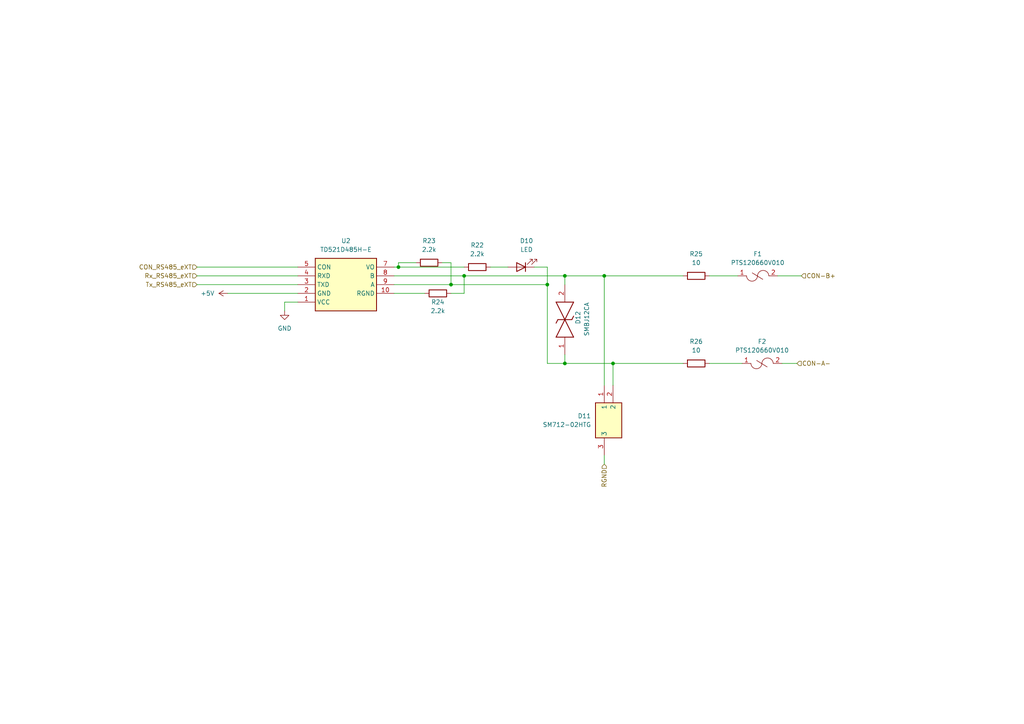
<source format=kicad_sch>
(kicad_sch (version 20230121) (generator eeschema)

  (uuid 3debdd00-9c5c-48ef-9c62-7d40fede8243)

  (paper "A4")

  (lib_symbols
    (symbol "Device:LED" (pin_numbers hide) (pin_names (offset 1.016) hide) (in_bom yes) (on_board yes)
      (property "Reference" "D" (at 0 2.54 0)
        (effects (font (size 1.27 1.27)))
      )
      (property "Value" "LED" (at 0 -2.54 0)
        (effects (font (size 1.27 1.27)))
      )
      (property "Footprint" "" (at 0 0 0)
        (effects (font (size 1.27 1.27)) hide)
      )
      (property "Datasheet" "~" (at 0 0 0)
        (effects (font (size 1.27 1.27)) hide)
      )
      (property "ki_keywords" "LED diode" (at 0 0 0)
        (effects (font (size 1.27 1.27)) hide)
      )
      (property "ki_description" "Light emitting diode" (at 0 0 0)
        (effects (font (size 1.27 1.27)) hide)
      )
      (property "ki_fp_filters" "LED* LED_SMD:* LED_THT:*" (at 0 0 0)
        (effects (font (size 1.27 1.27)) hide)
      )
      (symbol "LED_0_1"
        (polyline
          (pts
            (xy -1.27 -1.27)
            (xy -1.27 1.27)
          )
          (stroke (width 0.254) (type default))
          (fill (type none))
        )
        (polyline
          (pts
            (xy -1.27 0)
            (xy 1.27 0)
          )
          (stroke (width 0) (type default))
          (fill (type none))
        )
        (polyline
          (pts
            (xy 1.27 -1.27)
            (xy 1.27 1.27)
            (xy -1.27 0)
            (xy 1.27 -1.27)
          )
          (stroke (width 0.254) (type default))
          (fill (type none))
        )
        (polyline
          (pts
            (xy -3.048 -0.762)
            (xy -4.572 -2.286)
            (xy -3.81 -2.286)
            (xy -4.572 -2.286)
            (xy -4.572 -1.524)
          )
          (stroke (width 0) (type default))
          (fill (type none))
        )
        (polyline
          (pts
            (xy -1.778 -0.762)
            (xy -3.302 -2.286)
            (xy -2.54 -2.286)
            (xy -3.302 -2.286)
            (xy -3.302 -1.524)
          )
          (stroke (width 0) (type default))
          (fill (type none))
        )
      )
      (symbol "LED_1_1"
        (pin passive line (at -3.81 0 0) (length 2.54)
          (name "K" (effects (font (size 1.27 1.27))))
          (number "1" (effects (font (size 1.27 1.27))))
        )
        (pin passive line (at 3.81 0 180) (length 2.54)
          (name "A" (effects (font (size 1.27 1.27))))
          (number "2" (effects (font (size 1.27 1.27))))
        )
      )
    )
    (symbol "Device:R" (pin_numbers hide) (pin_names (offset 0)) (in_bom yes) (on_board yes)
      (property "Reference" "R" (at 2.032 0 90)
        (effects (font (size 1.27 1.27)))
      )
      (property "Value" "R" (at 0 0 90)
        (effects (font (size 1.27 1.27)))
      )
      (property "Footprint" "" (at -1.778 0 90)
        (effects (font (size 1.27 1.27)) hide)
      )
      (property "Datasheet" "~" (at 0 0 0)
        (effects (font (size 1.27 1.27)) hide)
      )
      (property "ki_keywords" "R res resistor" (at 0 0 0)
        (effects (font (size 1.27 1.27)) hide)
      )
      (property "ki_description" "Resistor" (at 0 0 0)
        (effects (font (size 1.27 1.27)) hide)
      )
      (property "ki_fp_filters" "R_*" (at 0 0 0)
        (effects (font (size 1.27 1.27)) hide)
      )
      (symbol "R_0_1"
        (rectangle (start -1.016 -2.54) (end 1.016 2.54)
          (stroke (width 0.254) (type default))
          (fill (type none))
        )
      )
      (symbol "R_1_1"
        (pin passive line (at 0 3.81 270) (length 1.27)
          (name "~" (effects (font (size 1.27 1.27))))
          (number "1" (effects (font (size 1.27 1.27))))
        )
        (pin passive line (at 0 -3.81 90) (length 1.27)
          (name "~" (effects (font (size 1.27 1.27))))
          (number "2" (effects (font (size 1.27 1.27))))
        )
      )
    )
    (symbol "SM712-02HTG:SM712-02HTG" (in_bom yes) (on_board yes)
      (property "Reference" "D" (at 16.51 7.62 0)
        (effects (font (size 1.27 1.27)) (justify left top))
      )
      (property "Value" "SM712-02HTG" (at 16.51 5.08 0)
        (effects (font (size 1.27 1.27)) (justify left top))
      )
      (property "Footprint" "SM71202HTG" (at 16.51 -94.92 0)
        (effects (font (size 1.27 1.27)) (justify left top) hide)
      )
      (property "Datasheet" "https://www.littelfuse.com/media?resourcetype=datasheets&itemid=a4019802-ff62-41ff-bf66-295f97422f81&filename=littelfuse-tvs-diode-array-sm712-datasheet" (at 16.51 -194.92 0)
        (effects (font (size 1.27 1.27)) (justify left top) hide)
      )
      (property "Height" "1.12" (at 16.51 -394.92 0)
        (effects (font (size 1.27 1.27)) (justify left top) hide)
      )
      (property "Manufacturer_Name" "LITTELFUSE" (at 16.51 -494.92 0)
        (effects (font (size 1.27 1.27)) (justify left top) hide)
      )
      (property "Manufacturer_Part_Number" "SM712-02HTG" (at 16.51 -594.92 0)
        (effects (font (size 1.27 1.27)) (justify left top) hide)
      )
      (property "Mouser Part Number" "576-SM712-02HTG" (at 16.51 -694.92 0)
        (effects (font (size 1.27 1.27)) (justify left top) hide)
      )
      (property "Mouser Price/Stock" "https://www.mouser.co.uk/ProductDetail/Littelfuse/SM712-02HTG?qs=aGgfWYEhH7lQgBVBPCUDkw%3D%3D" (at 16.51 -794.92 0)
        (effects (font (size 1.27 1.27)) (justify left top) hide)
      )
      (property "Arrow Part Number" "SM712-02HTG" (at 16.51 -894.92 0)
        (effects (font (size 1.27 1.27)) (justify left top) hide)
      )
      (property "Arrow Price/Stock" "https://www.arrow.com/en/products/sm712-02htg/littelfuse?region=europe" (at 16.51 -994.92 0)
        (effects (font (size 1.27 1.27)) (justify left top) hide)
      )
      (property "ki_description" "31V, 19V Clamp 19A (8/20s) Ipp Tvs Diode Surface Mount SOT-23-3" (at 0 0 0)
        (effects (font (size 1.27 1.27)) hide)
      )
      (symbol "SM712-02HTG_1_1"
        (rectangle (start 5.08 2.54) (end 15.24 -5.08)
          (stroke (width 0.254) (type default))
          (fill (type background))
        )
        (pin passive line (at 0 0 0) (length 5.08)
          (name "1" (effects (font (size 1.27 1.27))))
          (number "1" (effects (font (size 1.27 1.27))))
        )
        (pin passive line (at 0 -2.54 0) (length 5.08)
          (name "2" (effects (font (size 1.27 1.27))))
          (number "2" (effects (font (size 1.27 1.27))))
        )
        (pin passive line (at 20.32 0 180) (length 5.08)
          (name "3" (effects (font (size 1.27 1.27))))
          (number "3" (effects (font (size 1.27 1.27))))
        )
      )
    )
    (symbol "SMBJ12CA:SMBJ12CA" (pin_names hide) (in_bom yes) (on_board yes)
      (property "Reference" "D" (at 12.7 8.89 0)
        (effects (font (size 1.27 1.27)) (justify left bottom))
      )
      (property "Value" "SMBJ12CA" (at 12.7 6.35 0)
        (effects (font (size 1.27 1.27)) (justify left bottom))
      )
      (property "Footprint" "DIONM5443X244N" (at 12.7 -93.65 0)
        (effects (font (size 1.27 1.27)) (justify left bottom) hide)
      )
      (property "Datasheet" "https://datasheet.datasheetarchive.com/originals/distributors/Datasheets-DGA26/1840764.pdf" (at 12.7 -193.65 0)
        (effects (font (size 1.27 1.27)) (justify left bottom) hide)
      )
      (property "Height" "2.44" (at 12.7 -393.65 0)
        (effects (font (size 1.27 1.27)) (justify left bottom) hide)
      )
      (property "Mouser Part Number" "652-SMBJ12CA" (at 12.7 -493.65 0)
        (effects (font (size 1.27 1.27)) (justify left bottom) hide)
      )
      (property "Mouser Price/Stock" "https://www.mouser.co.uk/ProductDetail/Bourns/SMBJ12CA?qs=d7fLapxX37HuPPjHuz97DA%3D%3D" (at 12.7 -593.65 0)
        (effects (font (size 1.27 1.27)) (justify left bottom) hide)
      )
      (property "Manufacturer_Name" "Bourns" (at 12.7 -693.65 0)
        (effects (font (size 1.27 1.27)) (justify left bottom) hide)
      )
      (property "Manufacturer_Part_Number" "SMBJ12CA" (at 12.7 -793.65 0)
        (effects (font (size 1.27 1.27)) (justify left bottom) hide)
      )
      (property "ki_description" "BOURNS - SMBJ12CA - TVS DIODE, 600W, 12V, BIDIR, DO-214AA" (at 0 0 0)
        (effects (font (size 1.27 1.27)) hide)
      )
      (symbol "SMBJ12CA_1_1"
        (polyline
          (pts
            (xy 5.08 2.54)
            (xy 5.08 -2.54)
          )
          (stroke (width 0.254) (type default))
          (fill (type none))
        )
        (polyline
          (pts
            (xy 5.08 2.54)
            (xy 10.16 0)
          )
          (stroke (width 0.254) (type default))
          (fill (type none))
        )
        (polyline
          (pts
            (xy 9.144 2.54)
            (xy 10.16 2.032)
          )
          (stroke (width 0.254) (type default))
          (fill (type none))
        )
        (polyline
          (pts
            (xy 10.16 -2.032)
            (xy 10.16 2.032)
          )
          (stroke (width 0.254) (type default))
          (fill (type none))
        )
        (polyline
          (pts
            (xy 10.16 -2.032)
            (xy 11.176 -2.54)
          )
          (stroke (width 0.254) (type default))
          (fill (type none))
        )
        (polyline
          (pts
            (xy 10.16 0)
            (xy 5.08 -2.54)
          )
          (stroke (width 0.254) (type default))
          (fill (type none))
        )
        (polyline
          (pts
            (xy 10.16 0)
            (xy 15.24 -2.54)
          )
          (stroke (width 0.254) (type default))
          (fill (type none))
        )
        (polyline
          (pts
            (xy 15.24 2.54)
            (xy 10.16 0)
          )
          (stroke (width 0.254) (type default))
          (fill (type none))
        )
        (polyline
          (pts
            (xy 15.24 2.54)
            (xy 15.24 -2.54)
          )
          (stroke (width 0.254) (type default))
          (fill (type none))
        )
        (pin passive line (at 0 0 0) (length 5.08)
          (name "1" (effects (font (size 1.27 1.27))))
          (number "1" (effects (font (size 1.27 1.27))))
        )
        (pin passive line (at 20.32 0 180) (length 5.08)
          (name "2" (effects (font (size 1.27 1.27))))
          (number "2" (effects (font (size 1.27 1.27))))
        )
      )
    )
    (symbol "TD521D485:TD521D485" (in_bom yes) (on_board yes)
      (property "Reference" "PS" (at 24.13 7.62 0)
        (effects (font (size 1.27 1.27)) (justify left top))
      )
      (property "Value" "TD521D485" (at 24.13 5.08 0)
        (effects (font (size 1.27 1.27)) (justify left top))
      )
      (property "Footprint" "TD521D485" (at 24.13 -94.92 0)
        (effects (font (size 1.27 1.27)) (justify left top) hide)
      )
      (property "Datasheet" "" (at 24.13 -194.92 0)
        (effects (font (size 1.27 1.27)) (justify left top) hide)
      )
      (property "Height" "8.1" (at 24.13 -394.92 0)
        (effects (font (size 1.27 1.27)) (justify left top) hide)
      )
      (property "Manufacturer_Name" "Mornsun Power" (at 24.13 -494.92 0)
        (effects (font (size 1.27 1.27)) (justify left top) hide)
      )
      (property "Manufacturer_Part_Number" "TD521D485" (at 24.13 -594.92 0)
        (effects (font (size 1.27 1.27)) (justify left top) hide)
      )
      (property "Mouser Part Number" "" (at 24.13 -694.92 0)
        (effects (font (size 1.27 1.27)) (justify left top) hide)
      )
      (property "Mouser Price/Stock" "" (at 24.13 -794.92 0)
        (effects (font (size 1.27 1.27)) (justify left top) hide)
      )
      (property "Arrow Part Number" "" (at 24.13 -894.92 0)
        (effects (font (size 1.27 1.27)) (justify left top) hide)
      )
      (property "Arrow Price/Stock" "" (at 24.13 -994.92 0)
        (effects (font (size 1.27 1.27)) (justify left top) hide)
      )
      (property "ki_description" "Interface Circuit" (at 0 0 0)
        (effects (font (size 1.27 1.27)) hide)
      )
      (symbol "TD521D485_1_1"
        (rectangle (start 5.08 2.54) (end 22.86 -12.7)
          (stroke (width 0.254) (type default))
          (fill (type background))
        )
        (pin passive line (at 0 -10.16 0) (length 5.08)
          (name "VCC" (effects (font (size 1.27 1.27))))
          (number "1" (effects (font (size 1.27 1.27))))
        )
        (pin passive line (at 27.94 -7.62 180) (length 5.08)
          (name "RGND" (effects (font (size 1.27 1.27))))
          (number "10" (effects (font (size 1.27 1.27))))
        )
        (pin passive line (at 0 -7.62 0) (length 5.08)
          (name "GND" (effects (font (size 1.27 1.27))))
          (number "2" (effects (font (size 1.27 1.27))))
        )
        (pin passive line (at 0 -5.08 0) (length 5.08)
          (name "TXD" (effects (font (size 1.27 1.27))))
          (number "3" (effects (font (size 1.27 1.27))))
        )
        (pin passive line (at 0 -2.54 0) (length 5.08)
          (name "RXD" (effects (font (size 1.27 1.27))))
          (number "4" (effects (font (size 1.27 1.27))))
        )
        (pin passive line (at 0 0 0) (length 5.08)
          (name "CON" (effects (font (size 1.27 1.27))))
          (number "5" (effects (font (size 1.27 1.27))))
        )
        (pin passive line (at 27.94 0 180) (length 5.08)
          (name "VO" (effects (font (size 1.27 1.27))))
          (number "7" (effects (font (size 1.27 1.27))))
        )
        (pin passive line (at 27.94 -2.54 180) (length 5.08)
          (name "B" (effects (font (size 1.27 1.27))))
          (number "8" (effects (font (size 1.27 1.27))))
        )
        (pin passive line (at 27.94 -5.08 180) (length 5.08)
          (name "A" (effects (font (size 1.27 1.27))))
          (number "9" (effects (font (size 1.27 1.27))))
        )
      )
    )
    (symbol "nuevos simvolos:PTS120660V010" (in_bom yes) (on_board yes)
      (property "Reference" "F" (at 0 -2.54 0)
        (effects (font (size 1.27 1.27)))
      )
      (property "Value" "PTS120660V010" (at 0 -4.064 0)
        (effects (font (size 1.27 1.27)))
      )
      (property "Footprint" "Nueva carpeta:RESC3115X65N" (at 0 -2.54 0)
        (effects (font (size 1.27 1.27)) hide)
      )
      (property "Datasheet" "https://www.mouser.com/datasheet/2/87/eaton_pts1206_6_60_volt_dc_surface_mount_resettabl-1608737.pdf" (at 0 -2.54 0)
        (effects (font (size 1.27 1.27)) hide)
      )
      (symbol "PTS120660V010_0_1"
        (arc (start -3.1877 0) (mid -1.5689 -1.5407) (end 0 0.0508)
          (stroke (width 0) (type default))
          (fill (type none))
        )
        (polyline
          (pts
            (xy -1.524 0.8636)
            (xy 1.524 -1.016)
          )
          (stroke (width 0) (type default))
          (fill (type none))
        )
        (arc (start 3.2766 0) (mid 1.6623 1.5705) (end 0 0.0508)
          (stroke (width 0) (type default))
          (fill (type none))
        )
      )
      (symbol "PTS120660V010_1_1"
        (pin input line (at -5.7404 0 0) (length 2.54)
          (name "" (effects (font (size 1.27 1.27))))
          (number "1" (effects (font (size 1.27 1.27))))
        )
        (pin output line (at 5.842 0 180) (length 2.54)
          (name "" (effects (font (size 1.27 1.27))))
          (number "2" (effects (font (size 1.27 1.27))))
        )
      )
    )
    (symbol "power:+5V" (power) (pin_names (offset 0)) (in_bom yes) (on_board yes)
      (property "Reference" "#PWR" (at 0 -3.81 0)
        (effects (font (size 1.27 1.27)) hide)
      )
      (property "Value" "+5V" (at 0 3.556 0)
        (effects (font (size 1.27 1.27)))
      )
      (property "Footprint" "" (at 0 0 0)
        (effects (font (size 1.27 1.27)) hide)
      )
      (property "Datasheet" "" (at 0 0 0)
        (effects (font (size 1.27 1.27)) hide)
      )
      (property "ki_keywords" "global power" (at 0 0 0)
        (effects (font (size 1.27 1.27)) hide)
      )
      (property "ki_description" "Power symbol creates a global label with name \"+5V\"" (at 0 0 0)
        (effects (font (size 1.27 1.27)) hide)
      )
      (symbol "+5V_0_1"
        (polyline
          (pts
            (xy -0.762 1.27)
            (xy 0 2.54)
          )
          (stroke (width 0) (type default))
          (fill (type none))
        )
        (polyline
          (pts
            (xy 0 0)
            (xy 0 2.54)
          )
          (stroke (width 0) (type default))
          (fill (type none))
        )
        (polyline
          (pts
            (xy 0 2.54)
            (xy 0.762 1.27)
          )
          (stroke (width 0) (type default))
          (fill (type none))
        )
      )
      (symbol "+5V_1_1"
        (pin power_in line (at 0 0 90) (length 0) hide
          (name "+5V" (effects (font (size 1.27 1.27))))
          (number "1" (effects (font (size 1.27 1.27))))
        )
      )
    )
    (symbol "power:GND" (power) (pin_names (offset 0)) (in_bom yes) (on_board yes)
      (property "Reference" "#PWR" (at 0 -6.35 0)
        (effects (font (size 1.27 1.27)) hide)
      )
      (property "Value" "GND" (at 0 -3.81 0)
        (effects (font (size 1.27 1.27)))
      )
      (property "Footprint" "" (at 0 0 0)
        (effects (font (size 1.27 1.27)) hide)
      )
      (property "Datasheet" "" (at 0 0 0)
        (effects (font (size 1.27 1.27)) hide)
      )
      (property "ki_keywords" "global power" (at 0 0 0)
        (effects (font (size 1.27 1.27)) hide)
      )
      (property "ki_description" "Power symbol creates a global label with name \"GND\" , ground" (at 0 0 0)
        (effects (font (size 1.27 1.27)) hide)
      )
      (symbol "GND_0_1"
        (polyline
          (pts
            (xy 0 0)
            (xy 0 -1.27)
            (xy 1.27 -1.27)
            (xy 0 -2.54)
            (xy -1.27 -1.27)
            (xy 0 -1.27)
          )
          (stroke (width 0) (type default))
          (fill (type none))
        )
      )
      (symbol "GND_1_1"
        (pin power_in line (at 0 0 270) (length 0) hide
          (name "GND" (effects (font (size 1.27 1.27))))
          (number "1" (effects (font (size 1.27 1.27))))
        )
      )
    )
  )

  (junction (at 130.81 82.55) (diameter 0) (color 0 0 0 0)
    (uuid 0cf9cf44-c832-41d2-b340-13d6ca2799c6)
  )
  (junction (at 158.75 82.55) (diameter 0) (color 0 0 0 0)
    (uuid 1d57ba58-2912-46a7-84dc-aa92f783dead)
  )
  (junction (at 163.83 80.01) (diameter 0) (color 0 0 0 0)
    (uuid 1fca8b06-a76a-4b0e-8fef-047e4c6da984)
  )
  (junction (at 115.57 77.47) (diameter 0) (color 0 0 0 0)
    (uuid 25c2bf4d-49d5-49e6-8ef5-4e3cdf9cf4d2)
  )
  (junction (at 175.26 80.01) (diameter 0) (color 0 0 0 0)
    (uuid 71f84af8-3905-4458-8003-a3554e910241)
  )
  (junction (at 163.83 105.41) (diameter 0) (color 0 0 0 0)
    (uuid d31c0f72-1b58-48dd-9af3-763fb621b279)
  )
  (junction (at 177.8 105.41) (diameter 0) (color 0 0 0 0)
    (uuid f71f71c4-46f1-46f0-afc3-e824bb9cd413)
  )
  (junction (at 134.62 80.01) (diameter 0) (color 0 0 0 0)
    (uuid feced0c4-d744-411b-9fd7-ee193d354e15)
  )

  (wire (pts (xy 130.81 85.09) (xy 134.62 85.09))
    (stroke (width 0) (type default))
    (uuid 0466e99d-ad57-4f86-835b-80c0b8ca4a5b)
  )
  (wire (pts (xy 158.75 82.55) (xy 130.81 82.55))
    (stroke (width 0) (type default))
    (uuid 0f196c86-1c1f-42d2-ba49-f89685bb37e4)
  )
  (wire (pts (xy 225.552 80.01) (xy 232.41 80.01))
    (stroke (width 0) (type default))
    (uuid 141e4247-6bca-4770-8d90-85565dd46ffe)
  )
  (wire (pts (xy 213.9696 80.01) (xy 205.74 80.01))
    (stroke (width 0) (type default))
    (uuid 19c25262-1553-418c-9667-5265bb2749ed)
  )
  (wire (pts (xy 226.822 105.41) (xy 231.14 105.41))
    (stroke (width 0) (type default))
    (uuid 1db9aecc-d435-42fe-bfb4-aff614fd28c1)
  )
  (wire (pts (xy 57.15 80.01) (xy 86.36 80.01))
    (stroke (width 0) (type default))
    (uuid 253d05af-2eff-436a-aab2-b9726e988129)
  )
  (wire (pts (xy 142.24 77.47) (xy 147.32 77.47))
    (stroke (width 0) (type default))
    (uuid 27d9be10-efb8-444a-94eb-ee2fdc2cf8f4)
  )
  (wire (pts (xy 115.57 76.2) (xy 115.57 77.47))
    (stroke (width 0) (type default))
    (uuid 2f1a7a00-9cd6-4e21-b987-bb3f93de9e00)
  )
  (wire (pts (xy 130.81 76.2) (xy 130.81 82.55))
    (stroke (width 0) (type default))
    (uuid 3f8d5ab9-e40d-4e45-aaa6-16fc38f2a363)
  )
  (wire (pts (xy 163.83 105.41) (xy 158.75 105.41))
    (stroke (width 0) (type default))
    (uuid 441198f9-d5c6-4a6b-b0b1-7f5db2944d9f)
  )
  (wire (pts (xy 158.75 77.47) (xy 158.75 82.55))
    (stroke (width 0) (type default))
    (uuid 495afde3-3017-460f-b404-0ce87d154e53)
  )
  (wire (pts (xy 154.94 77.47) (xy 158.75 77.47))
    (stroke (width 0) (type default))
    (uuid 4a844306-d0d8-4fbe-a55a-93b6243f1813)
  )
  (wire (pts (xy 114.3 80.01) (xy 134.62 80.01))
    (stroke (width 0) (type default))
    (uuid 58f5bade-738e-474f-8eb5-f882fec7da2d)
  )
  (wire (pts (xy 128.27 76.2) (xy 130.81 76.2))
    (stroke (width 0) (type default))
    (uuid 601f09de-8535-494d-b265-00dd50e3cf0e)
  )
  (wire (pts (xy 82.55 87.63) (xy 82.55 90.17))
    (stroke (width 0) (type default))
    (uuid 6a0dd0e9-fc65-4e0e-81e7-061d7c632f30)
  )
  (wire (pts (xy 82.55 87.63) (xy 86.36 87.63))
    (stroke (width 0) (type default))
    (uuid 72ce848c-94fd-498e-9176-f9dcdc61a81c)
  )
  (wire (pts (xy 175.26 80.01) (xy 175.26 111.76))
    (stroke (width 0) (type default))
    (uuid 75e9df7f-f683-4430-bff4-4b71949cf83f)
  )
  (wire (pts (xy 175.26 132.08) (xy 175.26 134.62))
    (stroke (width 0) (type default))
    (uuid 7763c51c-f01f-42ec-a25d-0faf97d53069)
  )
  (wire (pts (xy 163.83 105.41) (xy 177.8 105.41))
    (stroke (width 0) (type default))
    (uuid 82ebf32f-e4bb-4565-8a36-c21fd12172d5)
  )
  (wire (pts (xy 66.04 85.09) (xy 86.36 85.09))
    (stroke (width 0) (type default))
    (uuid 88bdfbf7-bf52-42bd-bf2d-75e1adfb01e3)
  )
  (wire (pts (xy 114.3 77.47) (xy 115.57 77.47))
    (stroke (width 0) (type default))
    (uuid 8dcb5dfb-20d1-4c38-a430-4ccc6e9e10a0)
  )
  (wire (pts (xy 163.83 80.01) (xy 175.26 80.01))
    (stroke (width 0) (type default))
    (uuid 8f5fbfe0-d2e7-469e-9a6d-e64ec8b76b0c)
  )
  (wire (pts (xy 57.15 77.47) (xy 86.36 77.47))
    (stroke (width 0) (type default))
    (uuid 928f6960-3246-4451-8597-eed4a8f92428)
  )
  (wire (pts (xy 163.83 105.41) (xy 163.83 102.87))
    (stroke (width 0) (type default))
    (uuid 9afb6db2-16b4-4727-9cd1-61a72a25d79d)
  )
  (wire (pts (xy 177.8 105.41) (xy 198.12 105.41))
    (stroke (width 0) (type default))
    (uuid 9e8af9cd-a19e-4aa2-8e35-77f891bb9699)
  )
  (wire (pts (xy 163.83 80.01) (xy 163.83 82.55))
    (stroke (width 0) (type default))
    (uuid c8ebbef0-a644-4790-96c8-9d9dcee6971c)
  )
  (wire (pts (xy 130.81 82.55) (xy 114.3 82.55))
    (stroke (width 0) (type default))
    (uuid c9fed585-d00c-49a7-8708-a3fb450dc02c)
  )
  (wire (pts (xy 123.19 85.09) (xy 114.3 85.09))
    (stroke (width 0) (type default))
    (uuid cc940508-612a-4f51-a6d7-7f7cf0a15ee9)
  )
  (wire (pts (xy 134.62 85.09) (xy 134.62 80.01))
    (stroke (width 0) (type default))
    (uuid d1ce718b-53f9-42b2-bd95-dc214586da28)
  )
  (wire (pts (xy 57.15 82.55) (xy 86.36 82.55))
    (stroke (width 0) (type default))
    (uuid d4473186-4f03-4d2b-adac-0080417ca339)
  )
  (wire (pts (xy 134.62 80.01) (xy 163.83 80.01))
    (stroke (width 0) (type default))
    (uuid d454d0a7-f151-4a97-8ebd-dcb5ff007d9e)
  )
  (wire (pts (xy 115.57 77.47) (xy 134.62 77.47))
    (stroke (width 0) (type default))
    (uuid e40325ad-3bce-4cdf-ab02-fcabfcc91005)
  )
  (wire (pts (xy 120.65 76.2) (xy 115.57 76.2))
    (stroke (width 0) (type default))
    (uuid ebdb5f31-7c06-47a3-8d43-868e05dbff3a)
  )
  (wire (pts (xy 205.74 105.41) (xy 215.2396 105.41))
    (stroke (width 0) (type default))
    (uuid f4657edd-4240-44be-a145-3d8dd03aed00)
  )
  (wire (pts (xy 175.26 80.01) (xy 198.12 80.01))
    (stroke (width 0) (type default))
    (uuid f5b1be49-5aa7-4506-918c-3f5624561b8b)
  )
  (wire (pts (xy 158.75 105.41) (xy 158.75 82.55))
    (stroke (width 0) (type default))
    (uuid f8b5c6df-3373-466c-8831-6fb59ab266af)
  )
  (wire (pts (xy 177.8 105.41) (xy 177.8 111.76))
    (stroke (width 0) (type default))
    (uuid fe7a81ce-1f62-44e9-96d7-ddcaaa825eb6)
  )

  (hierarchical_label "CON-B+" (shape input) (at 232.41 80.01 0) (fields_autoplaced)
    (effects (font (size 1.27 1.27)) (justify left))
    (uuid 08378b82-d67a-4537-b805-9df1272e5b08)
  )
  (hierarchical_label "CON-A-" (shape input) (at 231.14 105.41 0) (fields_autoplaced)
    (effects (font (size 1.27 1.27)) (justify left))
    (uuid 2a2782ed-b7d8-42b8-8922-ace9d66c2898)
  )
  (hierarchical_label "Tx_RS485_eXT" (shape input) (at 57.15 82.55 180) (fields_autoplaced)
    (effects (font (size 1.27 1.27)) (justify right))
    (uuid 5c297275-1cb8-4a83-8129-4f7423bbd66e)
  )
  (hierarchical_label "CON_RS485_eXT" (shape input) (at 57.15 77.47 180) (fields_autoplaced)
    (effects (font (size 1.27 1.27)) (justify right))
    (uuid 66d3d51d-6a38-489f-851d-fd231bc99625)
  )
  (hierarchical_label "Rx_RS485_eXT" (shape input) (at 57.15 80.01 180) (fields_autoplaced)
    (effects (font (size 1.27 1.27)) (justify right))
    (uuid a75c2f2d-b4b7-42a5-86b6-5de574d82342)
  )
  (hierarchical_label "RGND" (shape input) (at 175.26 134.62 270) (fields_autoplaced)
    (effects (font (size 1.27 1.27)) (justify right))
    (uuid fb3e19de-b236-4fd4-9891-0c6cfab72129)
  )

  (symbol (lib_id "nuevos simvolos:PTS120660V010") (at 220.98 105.41 0) (unit 1)
    (in_bom yes) (on_board yes) (dnp no) (fields_autoplaced)
    (uuid 1d7a3b06-d884-4466-86dc-57a7ac872a9c)
    (property "Reference" "F2" (at 221.0308 99.06 0)
      (effects (font (size 1.27 1.27)))
    )
    (property "Value" "PTS120660V010" (at 221.0308 101.6 0)
      (effects (font (size 1.27 1.27)))
    )
    (property "Footprint" "PTS12066V050:FUSC3216X68N" (at 220.98 107.95 0)
      (effects (font (size 1.27 1.27)) hide)
    )
    (property "Datasheet" "https://www.mouser.com/datasheet/2/87/eaton_pts1206_6_60_volt_dc_surface_mount_resettabl-1608737.pdf" (at 220.98 107.95 0)
      (effects (font (size 1.27 1.27)) hide)
    )
    (pin "1" (uuid 20277b72-83fc-4810-bd94-8b02d41ace71))
    (pin "2" (uuid 7a3ba570-218b-473f-af36-c6ac528b1ac5))
    (instances
      (project "Room_Link"
        (path "/c4ebd78f-0c54-42fb-8411-155772684713/6ffab1c0-a902-4896-acce-96f8f8ea2f51/c38d9ed4-fd09-4498-bcb3-6c7dfb3c5f4c"
          (reference "F2") (unit 1)
        )
      )
    )
  )

  (symbol (lib_id "Device:R") (at 201.93 80.01 90) (unit 1)
    (in_bom yes) (on_board yes) (dnp no) (fields_autoplaced)
    (uuid 37855888-fde9-4d68-990c-f4484cc416f9)
    (property "Reference" "R25" (at 201.93 73.66 90)
      (effects (font (size 1.27 1.27)))
    )
    (property "Value" "10" (at 201.93 76.2 90)
      (effects (font (size 1.27 1.27)))
    )
    (property "Footprint" "Resistor_SMD:R_0805_2012Metric_Pad1.20x1.40mm_HandSolder" (at 201.93 81.788 90)
      (effects (font (size 1.27 1.27)) hide)
    )
    (property "Datasheet" "~" (at 201.93 80.01 0)
      (effects (font (size 1.27 1.27)) hide)
    )
    (pin "1" (uuid 5c2e0421-b0b7-4c8a-aa0b-eb14a7b02e2a))
    (pin "2" (uuid 06ab90cf-2722-4e18-9c6d-6968a289d7ba))
    (instances
      (project "Room_Link"
        (path "/c4ebd78f-0c54-42fb-8411-155772684713/6ffab1c0-a902-4896-acce-96f8f8ea2f51/c38d9ed4-fd09-4498-bcb3-6c7dfb3c5f4c"
          (reference "R25") (unit 1)
        )
      )
    )
  )

  (symbol (lib_id "TD521D485:TD521D485") (at 86.36 77.47 0) (unit 1)
    (in_bom yes) (on_board yes) (dnp no) (fields_autoplaced)
    (uuid 3ee2892c-63e5-4a8d-9f8f-10e0a22fba00)
    (property "Reference" "U2" (at 100.33 69.85 0)
      (effects (font (size 1.27 1.27)))
    )
    (property "Value" "TD521D485H-E" (at 100.33 72.39 0)
      (effects (font (size 1.27 1.27)))
    )
    (property "Footprint" "nuevo simbolo:TD521D485H-E" (at 110.49 172.39 0)
      (effects (font (size 1.27 1.27)) (justify left top) hide)
    )
    (property "Datasheet" "https://www.digchip.com/datasheets/parts/datasheet/2/1007/TD521D485H-E-pdf.php" (at 110.49 272.39 0)
      (effects (font (size 1.27 1.27)) (justify left top) hide)
    )
    (property "Height" "8.1" (at 110.49 472.39 0)
      (effects (font (size 1.27 1.27)) (justify left top) hide)
    )
    (property "Manufacturer_Name" "Mornsun Power" (at 110.49 572.39 0)
      (effects (font (size 1.27 1.27)) (justify left top) hide)
    )
    (property "Manufacturer_Part_Number" "TD521D485" (at 110.49 672.39 0)
      (effects (font (size 1.27 1.27)) (justify left top) hide)
    )
    (property "Mouser Part Number" "" (at 110.49 772.39 0)
      (effects (font (size 1.27 1.27)) (justify left top) hide)
    )
    (property "Mouser Price/Stock" "" (at 110.49 872.39 0)
      (effects (font (size 1.27 1.27)) (justify left top) hide)
    )
    (property "Arrow Part Number" "" (at 110.49 972.39 0)
      (effects (font (size 1.27 1.27)) (justify left top) hide)
    )
    (property "Arrow Price/Stock" "" (at 110.49 1072.39 0)
      (effects (font (size 1.27 1.27)) (justify left top) hide)
    )
    (pin "1" (uuid 48b12976-beea-41bd-a2ef-5c55620a0bc7))
    (pin "10" (uuid 746adc1e-981c-44ed-b645-cd21727f6b5b))
    (pin "2" (uuid b2ba4850-78d1-4344-a07c-a5802396d08d))
    (pin "3" (uuid 8a22b35b-70ab-49d9-9813-c33f7fa87286))
    (pin "4" (uuid 4816a1ad-67d5-4d32-bdb5-aefd24549379))
    (pin "5" (uuid b197f20d-cf7f-4d4d-908a-9043c8c4818e))
    (pin "7" (uuid 3a2e3ffe-13bd-414c-adae-5b8e44b4660a))
    (pin "8" (uuid 01ed5ee7-cbd9-40e0-8aef-5a62d4dc66d5))
    (pin "9" (uuid 1e66e8d6-d972-4a49-946b-7b950b6537f2))
    (instances
      (project "Room_Link"
        (path "/c4ebd78f-0c54-42fb-8411-155772684713/6ffab1c0-a902-4896-acce-96f8f8ea2f51/c38d9ed4-fd09-4498-bcb3-6c7dfb3c5f4c"
          (reference "U2") (unit 1)
        )
      )
    )
  )

  (symbol (lib_id "Device:R") (at 201.93 105.41 90) (unit 1)
    (in_bom yes) (on_board yes) (dnp no) (fields_autoplaced)
    (uuid 40be6afd-2b90-43d0-b82c-f956a3521809)
    (property "Reference" "R26" (at 201.93 99.06 90)
      (effects (font (size 1.27 1.27)))
    )
    (property "Value" "10" (at 201.93 101.6 90)
      (effects (font (size 1.27 1.27)))
    )
    (property "Footprint" "Resistor_SMD:R_0805_2012Metric_Pad1.20x1.40mm_HandSolder" (at 201.93 107.188 90)
      (effects (font (size 1.27 1.27)) hide)
    )
    (property "Datasheet" "~" (at 201.93 105.41 0)
      (effects (font (size 1.27 1.27)) hide)
    )
    (pin "1" (uuid c11248b1-b887-490c-a6f1-3d861aeeedb2))
    (pin "2" (uuid 5eec2f9c-dbf2-4eb9-982e-7365db4289f4))
    (instances
      (project "Room_Link"
        (path "/c4ebd78f-0c54-42fb-8411-155772684713/6ffab1c0-a902-4896-acce-96f8f8ea2f51/c38d9ed4-fd09-4498-bcb3-6c7dfb3c5f4c"
          (reference "R26") (unit 1)
        )
      )
    )
  )

  (symbol (lib_id "SM712-02HTG:SM712-02HTG") (at 175.26 111.76 90) (mirror x) (unit 1)
    (in_bom yes) (on_board yes) (dnp no)
    (uuid 6cffb0b6-997e-4321-b3f5-78d52711a53b)
    (property "Reference" "D11" (at 171.45 120.65 90)
      (effects (font (size 1.27 1.27)) (justify left))
    )
    (property "Value" "SM712-02HTG" (at 171.45 123.19 90)
      (effects (font (size 1.27 1.27)) (justify left))
    )
    (property "Footprint" "sm712:SM71202HTG" (at 270.18 128.27 0)
      (effects (font (size 1.27 1.27)) (justify left top) hide)
    )
    (property "Datasheet" "https://www.littelfuse.com/media?resourcetype=datasheets&itemid=a4019802-ff62-41ff-bf66-295f97422f81&filename=littelfuse-tvs-diode-array-sm712-datasheet" (at 370.18 128.27 0)
      (effects (font (size 1.27 1.27)) (justify left top) hide)
    )
    (property "Height" "1.12" (at 570.18 128.27 0)
      (effects (font (size 1.27 1.27)) (justify left top) hide)
    )
    (property "Manufacturer_Name" "LITTELFUSE" (at 670.18 128.27 0)
      (effects (font (size 1.27 1.27)) (justify left top) hide)
    )
    (property "Manufacturer_Part_Number" "SM712-02HTG" (at 770.18 128.27 0)
      (effects (font (size 1.27 1.27)) (justify left top) hide)
    )
    (property "Mouser Part Number" "576-SM712-02HTG" (at 870.18 128.27 0)
      (effects (font (size 1.27 1.27)) (justify left top) hide)
    )
    (property "Mouser Price/Stock" "https://www.mouser.co.uk/ProductDetail/Littelfuse/SM712-02HTG?qs=aGgfWYEhH7lQgBVBPCUDkw%3D%3D" (at 970.18 128.27 0)
      (effects (font (size 1.27 1.27)) (justify left top) hide)
    )
    (property "Arrow Part Number" "SM712-02HTG" (at 1070.18 128.27 0)
      (effects (font (size 1.27 1.27)) (justify left top) hide)
    )
    (property "Arrow Price/Stock" "https://www.arrow.com/en/products/sm712-02htg/littelfuse?region=europe" (at 1170.18 128.27 0)
      (effects (font (size 1.27 1.27)) (justify left top) hide)
    )
    (pin "1" (uuid f826acbd-2252-4c93-a938-974c8ce34242))
    (pin "2" (uuid 55881217-1d8e-451d-afc1-cb669580b911))
    (pin "3" (uuid 7dc341a2-32d6-447d-b21c-8a603caeb1d2))
    (instances
      (project "Room_Link"
        (path "/c4ebd78f-0c54-42fb-8411-155772684713/6ffab1c0-a902-4896-acce-96f8f8ea2f51/c38d9ed4-fd09-4498-bcb3-6c7dfb3c5f4c"
          (reference "D11") (unit 1)
        )
      )
    )
  )

  (symbol (lib_id "SMBJ12CA:SMBJ12CA") (at 163.83 102.87 90) (unit 1)
    (in_bom yes) (on_board yes) (dnp no)
    (uuid a687ccca-dd1e-4767-88ea-3b1c327210f2)
    (property "Reference" "D12" (at 167.64 90.17 0)
      (effects (font (size 1.27 1.27)) (justify right))
    )
    (property "Value" "SMBJ12CA" (at 170.18 87.63 0)
      (effects (font (size 1.27 1.27)) (justify right))
    )
    (property "Footprint" "nuevo simbolo:SMBJ12CA" (at 257.48 90.17 0)
      (effects (font (size 1.27 1.27)) (justify left bottom) hide)
    )
    (property "Datasheet" "https://datasheet.datasheetarchive.com/originals/distributors/Datasheets-DGA26/1840764.pdf" (at 357.48 90.17 0)
      (effects (font (size 1.27 1.27)) (justify left bottom) hide)
    )
    (property "Height" "2.44" (at 557.48 90.17 0)
      (effects (font (size 1.27 1.27)) (justify left bottom) hide)
    )
    (property "Mouser Part Number" "652-SMBJ12CA" (at 657.48 90.17 0)
      (effects (font (size 1.27 1.27)) (justify left bottom) hide)
    )
    (property "Mouser Price/Stock" "https://www.mouser.co.uk/ProductDetail/Bourns/SMBJ12CA?qs=d7fLapxX37HuPPjHuz97DA%3D%3D" (at 757.48 90.17 0)
      (effects (font (size 1.27 1.27)) (justify left bottom) hide)
    )
    (property "Manufacturer_Name" "Bourns" (at 857.48 90.17 0)
      (effects (font (size 1.27 1.27)) (justify left bottom) hide)
    )
    (property "Manufacturer_Part_Number" "SMBJ12CA" (at 957.48 90.17 0)
      (effects (font (size 1.27 1.27)) (justify left bottom) hide)
    )
    (pin "1" (uuid d19d5e28-250e-41be-9872-31c386487076))
    (pin "2" (uuid 1dfda843-49dc-4fc4-ab22-8e732cf8e31d))
    (instances
      (project "Room_Link"
        (path "/c4ebd78f-0c54-42fb-8411-155772684713/6ffab1c0-a902-4896-acce-96f8f8ea2f51/c38d9ed4-fd09-4498-bcb3-6c7dfb3c5f4c"
          (reference "D12") (unit 1)
        )
      )
    )
  )

  (symbol (lib_id "Device:R") (at 127 85.09 90) (unit 1)
    (in_bom yes) (on_board yes) (dnp no)
    (uuid b523ecb9-2a0f-4498-ad17-00d55fed5fe3)
    (property "Reference" "R24" (at 127 87.63 90)
      (effects (font (size 1.27 1.27)))
    )
    (property "Value" "2.2k" (at 127 90.17 90)
      (effects (font (size 1.27 1.27)))
    )
    (property "Footprint" "Resistor_SMD:R_0805_2012Metric_Pad1.20x1.40mm_HandSolder" (at 127 86.868 90)
      (effects (font (size 1.27 1.27)) hide)
    )
    (property "Datasheet" "~" (at 127 85.09 0)
      (effects (font (size 1.27 1.27)) hide)
    )
    (pin "1" (uuid 78772dff-de2f-45bf-8949-547e4b694d79))
    (pin "2" (uuid c7486062-27ce-4503-9f0e-3fa13fb3ca8a))
    (instances
      (project "Room_Link"
        (path "/c4ebd78f-0c54-42fb-8411-155772684713/6ffab1c0-a902-4896-acce-96f8f8ea2f51/c38d9ed4-fd09-4498-bcb3-6c7dfb3c5f4c"
          (reference "R24") (unit 1)
        )
      )
    )
  )

  (symbol (lib_id "power:GND") (at 82.55 90.17 0) (unit 1)
    (in_bom yes) (on_board yes) (dnp no) (fields_autoplaced)
    (uuid b5dcae3e-8511-475f-9b40-b63ab22c3e2f)
    (property "Reference" "#PWR033" (at 82.55 96.52 0)
      (effects (font (size 1.27 1.27)) hide)
    )
    (property "Value" "GND" (at 82.55 95.25 0)
      (effects (font (size 1.27 1.27)))
    )
    (property "Footprint" "" (at 82.55 90.17 0)
      (effects (font (size 1.27 1.27)) hide)
    )
    (property "Datasheet" "" (at 82.55 90.17 0)
      (effects (font (size 1.27 1.27)) hide)
    )
    (pin "1" (uuid d3b3fe8a-0dfd-4699-8d80-903b620f4fd1))
    (instances
      (project "Room_Link"
        (path "/c4ebd78f-0c54-42fb-8411-155772684713/6ffab1c0-a902-4896-acce-96f8f8ea2f51/c38d9ed4-fd09-4498-bcb3-6c7dfb3c5f4c"
          (reference "#PWR033") (unit 1)
        )
      )
    )
  )

  (symbol (lib_id "Device:R") (at 138.43 77.47 90) (unit 1)
    (in_bom yes) (on_board yes) (dnp no) (fields_autoplaced)
    (uuid b73b221e-55dd-4ce8-a6a5-ec17aff593fe)
    (property "Reference" "R22" (at 138.43 71.12 90)
      (effects (font (size 1.27 1.27)))
    )
    (property "Value" "2.2k" (at 138.43 73.66 90)
      (effects (font (size 1.27 1.27)))
    )
    (property "Footprint" "Resistor_SMD:R_0805_2012Metric_Pad1.20x1.40mm_HandSolder" (at 138.43 79.248 90)
      (effects (font (size 1.27 1.27)) hide)
    )
    (property "Datasheet" "~" (at 138.43 77.47 0)
      (effects (font (size 1.27 1.27)) hide)
    )
    (pin "1" (uuid 0a5458f3-a4da-41d5-a288-f3f17b7d9f50))
    (pin "2" (uuid 8db5edf0-aaec-42c8-856b-903ca4be7018))
    (instances
      (project "Room_Link"
        (path "/c4ebd78f-0c54-42fb-8411-155772684713/6ffab1c0-a902-4896-acce-96f8f8ea2f51/c38d9ed4-fd09-4498-bcb3-6c7dfb3c5f4c"
          (reference "R22") (unit 1)
        )
      )
    )
  )

  (symbol (lib_id "Device:LED") (at 151.13 77.47 180) (unit 1)
    (in_bom yes) (on_board yes) (dnp no) (fields_autoplaced)
    (uuid dc4aa1f1-38a7-46e4-8291-0c582ca375b3)
    (property "Reference" "D10" (at 152.7175 69.85 0)
      (effects (font (size 1.27 1.27)))
    )
    (property "Value" "LED" (at 152.7175 72.39 0)
      (effects (font (size 1.27 1.27)))
    )
    (property "Footprint" "LED_SMD:LED_0805_2012Metric_Pad1.15x1.40mm_HandSolder" (at 151.13 77.47 0)
      (effects (font (size 1.27 1.27)) hide)
    )
    (property "Datasheet" "~" (at 151.13 77.47 0)
      (effects (font (size 1.27 1.27)) hide)
    )
    (pin "1" (uuid 31700b40-32bf-4569-8306-01a6f3e7cf80))
    (pin "2" (uuid e2f57a1e-7149-4d73-8dea-c36b171e4f20))
    (instances
      (project "Room_Link"
        (path "/c4ebd78f-0c54-42fb-8411-155772684713/6ffab1c0-a902-4896-acce-96f8f8ea2f51/c38d9ed4-fd09-4498-bcb3-6c7dfb3c5f4c"
          (reference "D10") (unit 1)
        )
      )
    )
  )

  (symbol (lib_id "Device:R") (at 124.46 76.2 90) (unit 1)
    (in_bom yes) (on_board yes) (dnp no) (fields_autoplaced)
    (uuid ddc552a0-8853-4aca-adbc-314329a7fe4d)
    (property "Reference" "R23" (at 124.46 69.85 90)
      (effects (font (size 1.27 1.27)))
    )
    (property "Value" "2.2k" (at 124.46 72.39 90)
      (effects (font (size 1.27 1.27)))
    )
    (property "Footprint" "Resistor_SMD:R_0805_2012Metric_Pad1.20x1.40mm_HandSolder" (at 124.46 77.978 90)
      (effects (font (size 1.27 1.27)) hide)
    )
    (property "Datasheet" "~" (at 124.46 76.2 0)
      (effects (font (size 1.27 1.27)) hide)
    )
    (pin "1" (uuid f352315f-d8a7-4fe4-b833-d8f5e71f0720))
    (pin "2" (uuid e048eb36-3e4d-4504-9066-7b2594a79453))
    (instances
      (project "Room_Link"
        (path "/c4ebd78f-0c54-42fb-8411-155772684713/6ffab1c0-a902-4896-acce-96f8f8ea2f51/c38d9ed4-fd09-4498-bcb3-6c7dfb3c5f4c"
          (reference "R23") (unit 1)
        )
      )
    )
  )

  (symbol (lib_id "nuevos simvolos:PTS120660V010") (at 219.71 80.01 0) (unit 1)
    (in_bom yes) (on_board yes) (dnp no) (fields_autoplaced)
    (uuid f0281a11-3d9b-4665-bc94-180f5eaec643)
    (property "Reference" "F1" (at 219.7608 73.66 0)
      (effects (font (size 1.27 1.27)))
    )
    (property "Value" "PTS120660V010" (at 219.7608 76.2 0)
      (effects (font (size 1.27 1.27)))
    )
    (property "Footprint" "PTS12066V050:FUSC3216X68N" (at 219.71 82.55 0)
      (effects (font (size 1.27 1.27)) hide)
    )
    (property "Datasheet" "https://www.mouser.com/datasheet/2/87/eaton_pts1206_6_60_volt_dc_surface_mount_resettabl-1608737.pdf" (at 219.71 82.55 0)
      (effects (font (size 1.27 1.27)) hide)
    )
    (pin "1" (uuid 2b3a27bd-3039-439c-b1ae-90bc2fadf813))
    (pin "2" (uuid e1e8fbd8-b9ec-4927-be67-535368497d08))
    (instances
      (project "Room_Link"
        (path "/c4ebd78f-0c54-42fb-8411-155772684713/6ffab1c0-a902-4896-acce-96f8f8ea2f51/c38d9ed4-fd09-4498-bcb3-6c7dfb3c5f4c"
          (reference "F1") (unit 1)
        )
      )
    )
  )

  (symbol (lib_id "power:+5V") (at 66.04 85.09 90) (unit 1)
    (in_bom yes) (on_board yes) (dnp no) (fields_autoplaced)
    (uuid f7513bd6-cf4c-41ad-810d-7bbe9dcdace0)
    (property "Reference" "#PWR032" (at 69.85 85.09 0)
      (effects (font (size 1.27 1.27)) hide)
    )
    (property "Value" "+5V" (at 62.23 85.09 90)
      (effects (font (size 1.27 1.27)) (justify left))
    )
    (property "Footprint" "" (at 66.04 85.09 0)
      (effects (font (size 1.27 1.27)) hide)
    )
    (property "Datasheet" "" (at 66.04 85.09 0)
      (effects (font (size 1.27 1.27)) hide)
    )
    (pin "1" (uuid ee891139-79ef-4243-8a0b-6f8a0a67b6ac))
    (instances
      (project "Room_Link"
        (path "/c4ebd78f-0c54-42fb-8411-155772684713/6ffab1c0-a902-4896-acce-96f8f8ea2f51/c38d9ed4-fd09-4498-bcb3-6c7dfb3c5f4c"
          (reference "#PWR032") (unit 1)
        )
      )
    )
  )
)

</source>
